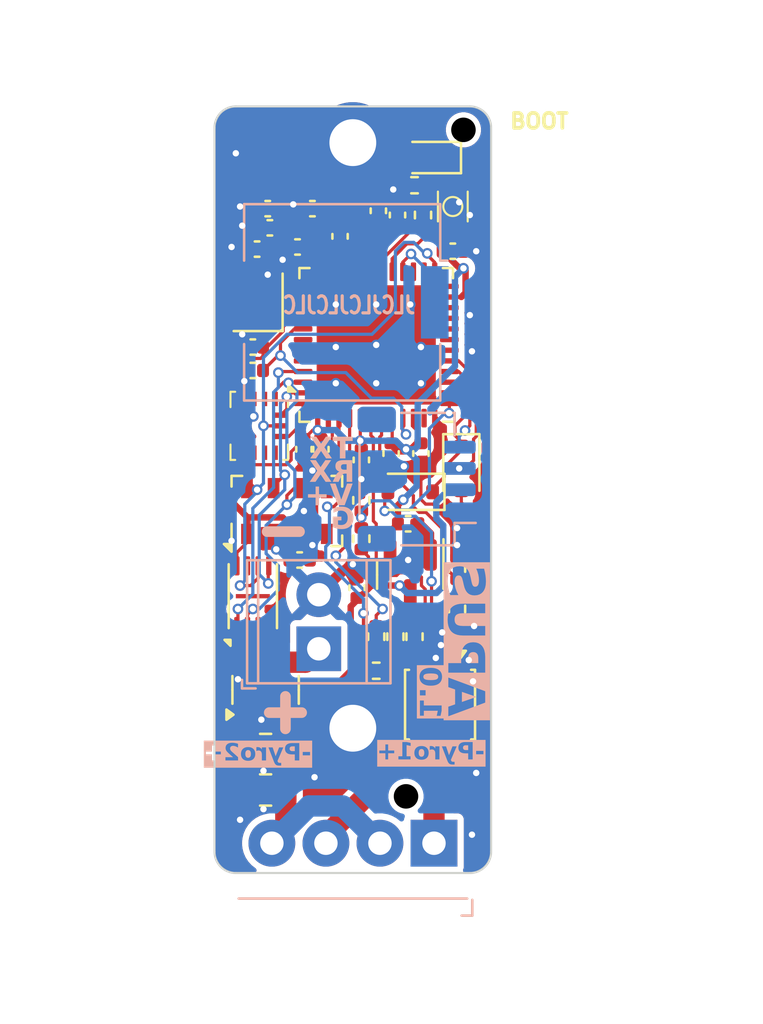
<source format=kicad_pcb>
(kicad_pcb (version 20240108) (generator "pcbnew") (generator_version "8.0")
  (layers (0 "F.Cu" signal) (31 "B.Cu" signal) (34 "B.Paste" user) (35 "F.Paste" user) (36 "B.SilkS" user "B.Silkscreen") (37 "F.SilkS" user "F.Silkscreen") (38 "B.Mask" user) (39 "F.Mask" user) (44 "Edge.Cuts" user))
  (net 0 "")
  (net 10 "GND")
  (net 11 "+3.3V")
  (net 12 "/VR_PA")
  (net 13 "/RFO_HP")
  (net 14 "Net-(C6-Pad2)")
  (net 15 "/VFBSMPS")
  (net 16 "/OSC_IN")
  (net 17 "/OSC_OUT")
  (net 18 "/BOOT")
  (net 19 "/TX")
  (net 20 "/RX")
  (net 21 "/LED")
  (net 22 "Net-(D1-A)")
  (net 24 "Net-(AE1-A)")
  (net 25 "/RFI_N")
  (net 26 "/RFI_P")
  (net 27 "+BATT")
  (net 28 "/PYRO1_OUT")
  (net 29 "/PYRO1")
  (net 30 "/PYRO2")
  (net 31 "/PYRO2_OUT")
  (net 32 "/BUZZ")
  (net 33 "/PYRO1_CON")
  (net 34 "/PYRO2_CON")
  (net 35 "Net-(D2-A)")
  (net 36 "/COMP_OUT")
  (net 37 "Net-(D3-A)")
  (net 38 "/BAT_ADC")
  (net 41 "/MOSI")
  (net 42 "/MISO")
  (net 43 "/SCK")
  (net 44 "/CS_FLASH")
  (net 45 "Net-(BT1-+)")
  (net 46 "/CS_BARO")
  (net 49 "/CS_IMU")
  (footprint "beacon_lib:D_SOD-323" (layer "F.Cu") (at 112.6 115 -90)
    (property "Reference" "D2" (hide yes))
    (property "Value" "1N5819WS")
  )
  (footprint "beacon_lib:D_SOD-323" (layer "F.Cu") (at 110.2 116.1 180)
    (property "Reference" "D3" (hide yes))
    (property "Value" "1N5819WS")
  )
  (footprint "Resistor_SMD:R_0402_1005Metric" (layer "F.Cu") (at 107.9 118.3 90)
    (property "Reference" "R7" (hide yes))
    (property "Value" "10k")
  )
  (footprint "Inductor_SMD:L_0402_1005Metric" (layer "F.Cu") (at 105.7 101.95 180)
    (property "Reference" "L3" (hide yes))
    (property "Value" "18n")
  )
  (footprint "Resistor_SMD:R_0402_1005Metric" (layer "F.Cu") (at 107.9 116.5 90)
    (property "Reference" "R8" (hide yes))
    (property "Value" "10k")
  )
  (footprint "Capacitor_SMD:C_0402_1005Metric" (layer "F.Cu") (at 104.9 104.6 180)
    (property "Reference" "C5" (hide yes))
    (property "Value" "47n")
  )
  (footprint "Capacitor_SMD:C_0402_1005Metric" (layer "F.Cu") (at 105 119.3)
    (property "Reference" "C16" (hide yes))
    (property "Value" "1u")
  )
  (footprint "Capacitor_SMD:C_0402_1005Metric" (layer "F.Cu") (at 105.6 102.8 180)
    (property "Reference" "C7" (hide yes))
    (property "Value" "15p")
  )
  (footprint "Capacitor_SMD:C_0402_1005Metric" (layer "F.Cu") (at 110.7 114.3 -90)
    (property "Reference" "C11" (hide yes))
    (property "Value" "10u")
  )
  (footprint "Capacitor_SMD:C_0402_1005Metric" (layer "F.Cu") (at 106.9 104.1 90)
    (property "Reference" "C21" (hide yes))
    (property "Value" "4p")
  )
  (footprint "Capacitor_SMD:C_0402_1005Metric" (layer "F.Cu") (at 110.1 117.6)
    (property "Reference" "C13" (hide yes))
    (property "Value" "10u")
  )
  (footprint "Capacitor_SMD:C_0402_1005Metric" (layer "F.Cu") (at 109.3 114.3 -90)
    (property "Reference" "C3" (hide yes))
    (property "Value" "10u")
  )
  (footprint "Resistor_SMD:R_0402_1005Metric" (layer "F.Cu") (at 108.6 124.5)
    (property "Reference" "R5" (hide yes))
    (property "Value" "10k")
  )
  (footprint "Capacitor_SMD:C_0402_1005Metric" (layer "F.Cu") (at 105.2 114.1 -90)
    (property "Reference" "C18" (hide yes))
    (property "Value" "1u")
  )
  (footprint "Capacitor_SMD:C_0402_1005Metric" (layer "F.Cu") (at 103 104.7 180)
    (property "Reference" "C12" (hide yes))
    (property "Value" "10u")
  )
  (footprint "Package_DFN_QFN:QFN-48-1EP_7x7mm_P0.5mm_EP5.6x5.6mm" (layer "F.Cu") (at 108.6 109.2 180)
    (property "Reference" "U1" (hide yes))
    (property "Value" "STM32WLE5CBUx")
  )
  (footprint "MountingHole:MountingHole_2.2mm_M2_DIN965_Pad" (layer "F.Cu") (at 107.5 99.7)
    (property "Reference" "H3" (hide yes))
    (property "Value" "mounting")
  )
  (footprint "Resistor_SMD:R_0402_1005Metric" (layer "F.Cu") (at 110.8 103.1 90)
    (property "Reference" "R3" (hide yes))
    (property "Value" "4k7")
  )
  (footprint "Resistor_SMD:R_0402_1005Metric" (layer "F.Cu") (at 108.6 122.9 -90)
    (property "Reference" "R6" (hide yes))
    (property "Value" "10k")
  )
  (footprint "beacon_lib:toolinghole" (layer "F.Cu") (at 110 130.4)
    (property "Reference" "H2" (hide yes))
    (property "Value" "tooling")
  )
  (footprint "Capacitor_SMD:C_0402_1005Metric" (layer "F.Cu") (at 107.7 120.6 90)
    (property "Reference" "C14" (hide yes))
    (property "Value" "10u")
  )
  (footprint "Package_TO_SOT_SMD:SOT-23" (layer "F.Cu") (at 110.2 120 -90)
    (property "Reference" "U2" (hide yes))
    (property "Value" "XC6206P332MR")
  )
  (footprint "Capacitor_SMD:C_0402_1005Metric" (layer "F.Cu") (at 108.7 102.9 90)
    (property "Reference" "C6" (hide yes))
    (property "Value" "2.7p")
  )
  (footprint "Capacitor_SMD:C_0402_1005Metric" (layer "F.Cu") (at 106 114.1 -90)
    (property "Reference" "C15" (hide yes))
    (property "Value" "10u")
  )
  (footprint "Resistor_SMD:R_0402_1005Metric" (layer "F.Cu") (at 110.4 101.7)
    (property "Reference" "R4" (hide yes))
    (property "Value" "33k")
  )
  (footprint "Capacitor_SMD:C_0402_1005Metric" (layer "F.Cu") (at 112.2 104.8)
    (property "Reference" "C1" (hide yes))
    (property "Value" "10u")
  )
  (footprint "Capacitor_SMD:C_0402_1005Metric" (layer "F.Cu") (at 109.6 103.1 90)
    (property "Reference" "C20" (hide yes))
    (property "Value" "3.6p")
  )
  (footprint "Capacitor_SMD:C_0402_1005Metric" (layer "F.Cu") (at 102.8 109.3 180)
    (property "Reference" "C10" (hide yes))
    (property "Value" "10u")
  )
  (footprint "Resistor_SMD:R_0402_1005Metric" (layer "F.Cu") (at 109.5 122.9 -90)
    (property "Reference" "R9" (hide yes))
    (property "Value" "1k")
  )
  (footprint "Capacitor_SMD:C_0402_1005Metric" (layer "F.Cu") (at 103.6 103.7 180)
    (property "Reference" "C4" (hide yes))
    (property "Value" "68p")
  )
  (footprint "Capacitor_SMD:C_0402_1005Metric" (layer "F.Cu") (at 107.9 114.6 -90)
    (property "Reference" "C2" (hide yes))
    (property "Value" "10u")
  )
  (footprint "Resistor_SMD:R_0402_1005Metric" (layer "F.Cu") (at 112.4 121.6 -90)
    (property "Reference" "R10" (hide yes))
    (property "Value" "1k")
  )
  (footprint "Resistor_SMD:R_0402_1005Metric" (layer "F.Cu") (at 112.4 119.7 90)
    (property "Reference" "R1" (hide yes))
    (property "Value" "10k")
  )
  (footprint "Capacitor_SMD:C_0805_2012Metric" (layer "F.Cu") (at 103.4 130.1 180)
    (property "Reference" "C19" (hide yes))
    (property "Value" "47u")
  )
  (footprint "Crystal:Crystal_SMD_2016-4Pin_2.0x1.6mm" (layer "F.Cu") (at 103.05 107.2 90)
    (property "Reference" "Y1" (hide yes))
    (property "Value" "32MHz")
  )
  (footprint "Capacitor_SMD:C_0402_1005Metric" (layer "F.Cu") (at 102.8 110.4 180)
    (property "Reference" "C9" (hide yes))
    (property "Value" "470n")
  )
  (footprint "Package_TO_SOT_SMD:SOT-23" (layer "F.Cu") (at 103.4 125.4 90)
    (property "Reference" "Q1" (hide yes))
    (property "Value" "AO3401A")
  )
  (footprint "Resistor_SMD:R_0402_1005Metric" (layer "F.Cu") (at 110.4 122.9 -90)
    (property "Reference" "R2" (hide yes))
    (property "Value" "10k")
  )
  (footprint "Package_SON:Winbond_USON-8-1EP_3x2mm_P0.5mm_EP0.2x1.6mm" (layer "F.Cu") (at 102.8 121 90)
    (property "Reference" "U4" (hide yes))
    (property "Value" "W25Q16JVUXIQ")
  )
  (footprint "Package_LGA:Bosch_LGA-14_3x2.5mm_P0.5mm" (layer "F.Cu") (at 103.1 113 -90)
    (property "Reference" "U6" (hide yes))
    (property "Value" "BMI270")
  )
  (footprint "beacon_lib:toolinghole" (layer "F.Cu") (at 112.7 99.1)
    (property "Reference" "H1" (hide yes))
    (property "Value" "tooling")
  )
  (footprint "Package_LGA:LGA-8_3x5mm_P1.25mm" (layer "F.Cu") (at 104.4 117 90)
    (property "Reference" "U3" (hide yes))
    (property "Value" "MS5607-02BA")
  )
  (footprint "Capacitor_SMD:C_0805_2012Metric" (layer "F.Cu") (at 103.4 128.2 180)
    (property "Reference" "C17" (hide yes))
    (property "Value" "47u")
  )
  (footprint "beacon_lib:SW_1TS026A" (layer "F.Cu") (at 112.2 102.7 90)
    (property "Reference" "SW1" (hide yes))
    (property "Value" "BOOT" (hide yes))
  )
  (footprint "Inductor_SMD:L_0402_1005Metric" (layer "F.Cu") (at 105.5 103.7)
    (property "Reference" "L1" (hide yes))
    (property "Value" "68n")
  )
  (footprint "Capacitor_SMD:C_0402_1005Metric" (layer "F.Cu") (at 103.5 102.8 180)
    (property "Reference" "C8" (hide yes))
    (property "Value" "6.8p")
  )
  (footprint "Inductor_SMD:L_0402_1005Metric" (layer "F.Cu") (at 108.3 104.3)
    (property "Reference" "L4" (hide yes))
    (property "Value" "30n")
  )
  (footprint "Inductor_SMD:L_0402_1005Metric" (layer "F.Cu") (at 107.8 102.9 90)
    (property "Reference" "L2" (hide yes))
    (property "Value" "10n")
  )
  (footprint "LED_SMD:LED_0603_1608Metric" (layer "F.Cu") (at 111.1 100.4 180)
    (property "Reference" "D1" (hide yes))
    (property "Value" "RED")
  )
  (footprint "Package_SO:Vishay_PowerPAK_1212-8_Dual" (layer "F.Cu") (at 111.6 126.0925 -90)
    (property "Reference" "Q2" (hide yes))
    (property "Value" "YJQ3622A")
  )
  (footprint "beacon_lib:whip_antenna" (layer "F.Cu") (at 103.8 100.3)
    (property "Reference" "AE1" (hide yes))
    (property "Value" "Antenna")
  )
  (footprint "Connector_JST:JST_SH_SM04B-SRSS-TB_1x04-1MP_P1.00mm_Horizontal" (layer "B.Cu") (at 110.5 115.5 90)
    (property "Reference" "J1" (hide yes))
    (property "Value" "Conn_01x04_Socket")
  )
  (footprint "MountingHole:MountingHole_2.2mm_M2_DIN965_Pad" (layer "B.Cu") (at 107.5 127.2 180)
    (property "Reference" "H4" (hide yes))
    (property "Value" "mounting")
  )
  (footprint "TerminalBlock_TE-Connectivity:TerminalBlock_TE_282834-2_1x02_P2.54mm_Horizontal" (layer "B.Cu") (at 105.9 123.47 90)
    (property "Reference" "BT1" (hide yes))
    (property "Value" "lipo")
  )
  (footprint "TerminalBlock_Phoenix:TerminalBlock_Phoenix_MPT-0,5-4-2.54_1x04_P2.54mm_Horizontal" (layer "B.Cu") (at 111.315 132.6 180)
    (property "Reference" "J3" (hide yes))
    (property "Value" "Pyros")
  )
  (footprint "Buzzer_Beeper:Buzzer_Murata_PKMCS0909E" (layer "B.Cu") (at 107 107.2 180)
    (property "Reference" "BZ1" (hide yes))
    (property "Value" "Buzzer")
  )
  (gr_line (start 114 99) (end 114 133) (stroke (width 0.1)) (layer "Edge.Cuts"))
  (gr_arc (start 114 133) (mid 113.707107 133.707107) (end 113 134) (stroke (width 0.1)) (layer "Edge.Cuts"))
  (gr_line (start 102 98) (end 113 98) (stroke (width 0.1)) (layer "Edge.Cuts"))
  (gr_arc (start 102 134) (mid 101.292893 133.707107) (end 101 133) (stroke (width 0.1)) (layer "Edge.Cuts"))
  (gr_arc (start 113 98) (mid 113.707107 98.292893) (end 114 99) (stroke (width 0.1)) (layer "Edge.Cuts"))
  (gr_line (start 101 133) (end 101 99) (stroke (width 0.1)) (layer "Edge.Cuts"))
  (gr_line (start 113 134) (end 102 134) (stroke (width 0.1)) (layer "Edge.Cuts"))
  (gr_arc (start 101 99) (mid 101.292893 98.292893) (end 102 98) (stroke (width 0.1)) (layer "Edge.Cuts"))
  (gr_text "APUS" (at 111.7 126.65 270) (layer "B.SilkS" knockout) (effects (font (size 1.7 1.7) (thickness 0.3) (bold yes)) (justify left bottom mirror)))
  (gr_text "G" (at 107.6 118 0) (layer "B.SilkS") (effects (font (size 1 1) (thickness 0.175) (bold yes)) (justify left bottom mirror)))
  (gr_text "TX" (at 107.5 114.7 0) (layer "B.SilkS") (effects (font (size 1 1) (thickness 0.175) (bold yes)) (justify left bottom mirror)))
  (gr_text "-Pyro1+" (at 113.7 128.8 0) (layer "B.SilkS" knockout) (effects (font (size 0.8 0.8) (thickness 0.2) (bold yes)) (justify left bottom mirror)))
  (gr_text "+" (at 105.9 127.5 0) (layer "B.SilkS") (effects (font (size 2 2) (thickness 0.5) (bold yes)) (justify left bottom mirror)))
  (gr_text "V+" (at 107.5 116.9 0) (layer "B.SilkS") (effects (font (size 1 1) (thickness 0.175) (bold yes)) (justify left bottom mirror)))
  (gr_text "RX" (at 107.6 115.8 0) (layer "B.SilkS") (effects (font (size 1 1) (thickness 0.175) (bold yes)) (justify left bottom mirror)))
  (gr_text "JLCJLCJLCJLC" (at 110.5 107.8 0) (layer "B.SilkS") (effects (font (size 0.8 0.6)) (justify left bottom mirror)))
  (gr_text "-" (at 105.8 119 0) (layer "B.SilkS") (effects (font (size 2 2) (thickness 0.5) (bold yes)) (justify left bottom mirror)))
  (gr_text "1.0" (at 110.484298 126.775993 -90) (layer "B.SilkS" knockout) (effects (font (size 1 1) (thickness 0.25) (bold yes)) (justify left bottom mirror)))
  (gr_text "-Pyro2+" (at 105.55 128.85 0) (layer "B.SilkS" knockout) (effects (font (size 0.8 0.8) (thickness 0.2) (bold yes)) (justify left bottom mirror)))
  (gr_text "BOOT" (at 114.8 99.1 0) (layer "F.SilkS") (effects (font (size 0.7 0.7) (thickness 0.175) (bold yes)) (justify left bottom)))
  (segment (start 107.5 119.92) (end 107.7 120.12) (width 0.3) (layer "F.Cu") (net 10))
  (segment (start 105.6 115.1) (end 105.6 114.98) (width 0.15) (layer "F.Cu") (net 10))
  (segment (start 102.4 110.9) (end 102.4 110.48) (width 0.15) (layer "F.Cu") (net 10))
  (segment (start 111.15 119.0625) (end 110.3375 119.0625) (width 0.15) (layer "F.Cu") (net 10))
  (segment (start 102.0875 113) (end 102.381293 113) (width 0.15) (layer "F.Cu") (net 10))
  (segment (start 107.5 119.5) (end 107.5 119.92) (width 0.3) (layer "F.Cu") (net 10))
  (segment (start 102.381293 113) (end 102.825 112.556293) (width 0.15) (layer "F.Cu") (net 10))
  (segment (start 103.3 106.5) (end 103.3 106.1) (width 0.15) (layer "F.Cu") (net 10))
  (segment (start 111.275 116.675) (end 110.920993 116.675) (width 0.15) (layer "F.Cu") (net 10))
  (segment (start 111.35 112.6375) (end 111.35 111.65) (width 0.15) (layer "F.Cu") (net 10))
  (segment (start 104.22 105.18) (end 104.2 105.2) (width 0.15) (layer "F.Cu") (net 10))
  (segment (start 107.9 115.5) (end 107.85 115.45) (width 0.15) (layer "F.Cu") (net 10))
  (segment (start 105.6 114.98) (end 106 114.58) (width 0.15) (layer "F.Cu") (net 10))
  (segment (start 112.4 117.8) (end 112.4 118.6) (width 0.15) (layer "F.Cu") (net 10))
  (segment (start 102.32 108.72) (end 102.3 108.7) (width 0.15) (layer "F.Cu") (net 10))
  (segment (start 107.7 120.12) (end 107.8 120.12) (width 0.3) (layer "F.Cu") (net 10))
  (segment (start 110.3375 119.0625) (end 110.1 119.3) (width 0.15) (layer "F.Cu") (net 10))
  (segment (start 101.8 104.6) (end 102.32 104.6) (width 0.15) (layer "F.Cu") (net 10))
  (segment (start 102.2 107.9) (end 102.2 108.6) (width 0.15) (layer "F.Cu") (net 10))
  (segment (start 102.32 109.3) (end 102.32 108.72) (width 0.15) (layer "F.Cu") (net 10))
  (segment (start 102.2 108.6) (end 102.3 108.7) (width 0.15) (layer "F.Cu") (net 10))
  (segment (start 105.12 102.6) (end 104.7 102.6) (width 0.15) (layer "F.Cu") (net 10))
  (segment (start 103.3 106.1) (end 103.5 105.9) (width 0.15) (layer "F.Cu") (net 10))
  (segment (start 110.7 116.454007) (end 110.7 114.78) (width 0.15) (layer "F.Cu") (net 10))
  (segment (start 104.22 104.6) (end 104.22 105.18) (width 0.15) (layer "F.Cu") (net 10))
  (segment (start 107.85 115.45) (end 107.85 114.98) (width 0.15) (layer "F.Cu") (net 10))
  (segment (start 112.4 119.19) (end 112.4 118.6) (width 0.15) (layer "F.Cu") (net 10))
  (segment (start 102.4 110.48) (end 102.32 110.4) (width 0.15) (layer "F.Cu") (net 10))
  (segment (start 112.4 117.8) (end 111.275 116.675) (width 0.15) (layer "F.Cu") (net 10))
  (segment (start 110.920993 116.675) (end 110.7 116.454007) (width 0.15) (layer "F.Cu") (net 10))
  (segment (start 111.35 111.65) (end 110.7 111) (width 0.15) (layer "F.Cu") (net 10))
  (via (at 109.4 101.9) (size 0.5) (drill 0.3) (layers "F.Cu" "B.Cu") (net 10))
  (via (at 105.7 129.5) (size 0.5) (drill 0.3) (layers "F.Cu" "B.Cu") (net 10))
  (via (at 102.3 108.7) (size 0.5) (drill 0.3) (layers "F.Cu" "B.Cu") (net 10))
  (via (at 104.7 102.6) (size 0.5) (drill 0.3) (layers "F.Cu" "B.Cu") (net 10))
  (via (at 113 107.8) (size 0.5) (drill 0.3) (layers "F.Cu" "B.Cu") (net 10))
  (via (at 101.8 118.4) (size 0.5) (drill 0.3) (layers "F.Cu" "B.Cu") (net 10))
  (via (at 109.9 114.9) (size 0.5) (drill 0.3) (layers "F.Cu" "B.Cu") (net 10))
  (via (at 105.2 117) (size 0.5) (drill 0.3) (layers "F.Cu" "B.Cu") (net 10))
  (via (at 112.4 117.8) (size 0.5) (drill 0.3) (layers "F.Cu" "B.Cu") (net 10))
  (via (at 102.2 102.7) (size 0.5) (drill 0.3) (layers "F.Cu" "B.Cu") (net 10))
  (via (at 111.7 122.7) (size 0.5) (drill 0.3) (layers "F.Cu" "B.Cu") (net 10))
  (via (at 111.641405 123.296488) (size 0.5) (drill 0.3) (layers "F.Cu" "B.Cu") (net 10))
  (via (at 103.5 105.9) (size 0.5) (drill 0.3) (layers "F.Cu" "B.Cu") (net 10))
  (via (at 104.2 105.2) (size 0.5) (drill 0.3) (layers "F.Cu" "B.Cu") (net 10))
  (via (at 108.6 109.2) (size 0.5) (drill 0.3) (layers "F.Cu" "B.Cu") (net 10))
  (via (at 107.9 115.5) (size 0.5) (drill 0.3) (layers "F.Cu" "B.Cu") (net 10))
  (via (at 113.2 122.4) (size 0.5) (drill 0.3) (layers "F.Cu" "B.Cu") (net 10))
  (via (at 106.7 107.3) (size 0.5) (drill 0.3) (layers "F.Cu" "B.Cu") (net 10))
  (via (at 113.3 129.3) (size 0.5) (drill 0.3) (layers "F.Cu" "B.Cu") (net 10))
  (via (at 112.95 124) (size 0.5) (drill 0.3) (layers "F.Cu" "B.Cu") (net 10))
  (via (at 111.4 123.9) (size 0.5) (drill 0.3) (layers "F.Cu" "B.Cu") (net 10))
  (via (at 102 100.2) (size 0.5) (drill 0.3) (layers "F.Cu" "B.Cu") (net 10))
  (via (at 113.1 132.2) (size 0.5) (drill 0.3) (layers "F.Cu" "B.Cu") (net 10))
  (via (at 110.2 107.3) (size 0.5) (drill 0.3) (layers "F.Cu" "B.Cu") (net 10))
  (via (at 113.15 125) (size 0.5) (drill 0.3) (layers "F.Cu" "B.Cu") (net 10))
  (via (at 105.6 115.1) (size 0.5) (drill 0.3) (layers "F.Cu" "B.Cu") (net 10))
  (via (at 108.6 111) (size 0.5) (drill 0.3) (layers "F.Cu" "B.Cu") (net 10))
  (via (at 113.3 104.8) (size 0.5) (drill 0.3) (layers "F.Cu" "B.Cu") (net 10))
  (via (at 103.2 126.8) (size 0.5) (drill 0.3) (layers "F.Cu" "B.Cu") (net 10))
  (via (at 113 103.1) (size 0.5) (drill 0.3) (layers "F.Cu" "B.Cu") (net 10))
  (via (at 106.7 111) (size 0.5) (drill 0.3) (layers "F.Cu" "B.Cu") (net 10))
  (via (at 103.3 131) (size 0.5) (drill 0.3) (layers "F.Cu" "B.Cu") (net 10))
  (via (at 103.3 129.2) (size 0.5) (drill 0.3) (layers "F.Cu" "B.Cu") (net 10))
  (via (at 101.8 104.6) (size 0.5) (drill 0.3) (layers "F.Cu" "B.Cu") (net 10))
  (via (at 108.6 107.3) (size 0.5) (drill 0.3) (layers "F.Cu" "B.Cu") (net 10))
  (via (at 112.5 102.5) (size 0.5) (drill 0.3) (layers "F.Cu" "B.Cu") (net 10))
  (via (at 103.9 118.8) (size 0.5) (drill 0.3) (layers "F.Cu" "B.Cu") (net 10))
  (via (at 102.2 131.5) (size 0.5) (drill 0.3) (layers "F.Cu" "B.Cu") (net 10))
  (via (at 107.5 119.5) (size 0.5) (drill 0.3) (layers "F.Cu" "B.Cu") (net 10))
  (via (at 110.1 119.3) (size 0.5) (drill 0.3) (layers "F.Cu" "B.Cu") (net 10))
  (via (at 102.3 103.6) (size 0.5) (drill 0.3) (layers "F.Cu" "B.Cu") (net 10))
  (via (at 106.7 109.3) (size 0.5) (drill 0.3) (layers "F.Cu" "B.Cu") (net 10))
  (via (at 102.1 124.9) (size 0.5) (drill 0.3) (layers "F.Cu" "B.Cu") (net 10))
  (via (at 110.7 109.3) (size 0.5) (drill 0.3) (layers "F.Cu" "B.Cu") (net 10))
  (via (at 102.4 110.9) (size 0.5) (drill 0.3) (layers "F.Cu" "B.Cu") (net 10))
  (via (at 113.1 109.5) (size 0.5) (drill 0.3) (layers "F.Cu" "B.Cu") (net 10))
  (via (at 105.6 118.6) (size 0.5) (drill 0.3) (layers "F.Cu" "B.Cu") (net 10))
  (via (at 102.825 112.556293) (size 0.5) (drill 0.3) (layers "F.Cu" "B.Cu") (net 10))
  (via (at 112.4 118.6) (size 0.5) (drill 0.3) (layers "F.Cu" "B.Cu") (net 10))
  (via (at 110.7 111) (size 0.5) (drill 0.3) (layers "F.Cu" "B.Cu") (net 10))
  (segment (start 112.422182 117) (end 112.5 117) (width 0.3) (layer "B.Cu") (net 10))
  (segment (start 104.63 107.95) (end 104.225 108.355) (width 0.15) (layer "F.Cu") (net 11))
  (segment (start 111.8 104.72) (end 111.72 104.8) (width 0.15) (layer "F.Cu") (net 11))
  (segment (start 104.375 114.825) (end 104.6 114.6) (width 0.15) (layer "F.Cu") (net 11))
  (segment (start 109.25 119.0625) (end 109.25 117.97) (width 0.3) (layer "F.Cu") (net 11))
  (segment (start 104.225 108.355) (end 104.225 108.550736) (width 0.15) (layer "F.Cu") (net 11))
  (segment (start 102.275 105.4) (end 103.15 105.4) (width 0.3) (layer "F.Cu") (net 11))
  (segment (start 112.52 105.6) (end 111.72 104.8) (width 0.3) (layer "F.Cu") (net 11))
  (segment (start 101.45 113.85) (end 101.8625 114.2625) (width 0.3) (layer "F.Cu") (net 11))
  (segment (start 109.62 116.721986) (end 109.62 117.6) (width 0.3) (layer "F.Cu") (net 11))
  (segment (start 103.165 109.835) (end 103.28 109.72) (width 0.15) (layer "F.Cu") (net 11))
  (segment (start 105.85 113.47) (end 106 113.62) (width 0.15) (layer "F.Cu") (net 11))
  (segment (start 110.5 113.82) (end 110.5 113.2) (width 0.15) (layer "F.Cu") (net 11))
  (segment (start 102.35 114.75) (end 102.35 114.2625) (width 0.15) (layer "F.Cu") (net 11))
  (segment (start 112.7 105.6) (end 112.8 105.7) (width 0.3) (layer "F.Cu") (net 11))
  (segment (start 104.6 114.22) (end 105.2 113.62) (width 0.15) (layer "F.Cu") (net 11))
  (segment (start 101.74 109.7) (end 101.875 109.835) (width 0.15) (layer "F.Cu") (net 11))
  (segment (start 109.928248 114.2) (end 110.028248 114.1) (width 0.3) (layer "F.Cu") (net 11))
  (segment (start 101.8725 115.3775) (end 102.425 114.825) (width 0.3) (layer "F.Cu") (net 11))
  (segment (start 103.5 105.05) (end 103.5 104.62) (width 0.3) (layer "F.Cu") (net 11))
  (segment (start 104.778248 106.45) (end 103.578248 105.25) (width 0.15) (layer "F.Cu") (net 11))
  (segment (start 107.85 114.02) (end 107.85 113.7) (width 0.15) (layer "F.Cu") (net 11))
  (segment (start 101.45 112.725) (end 101.45 113.85) (width 0.3) (layer "F.Cu") (net 11))
  (segment (start 103.3 105.25) (end 103.5 105.05) (width 0.3) (layer "F.Cu") (net 11))
  (segment (start 102.55 117.3) (end 101.8725 116.6225) (width 0.3) (layer "F.Cu") (net 11))
  (segment (start 102.0875 112.5) (end 101.74 112.1525) (width 0.3) (layer "F.Cu") (net 11))
  (segment (start 109.3 113.82) (end 109.3 113.9) (width 0.3) (layer "F.Cu") (net 11))
  (segment (start 103.3 117.3) (end 102.55 117.3) (width 0.3) (layer "F.Cu") (net 11))
  (segment (start 110.35 113.05) (end 110.35 112.6375) (width 0.15) (layer "F.Cu") (net 11))
  (segment (start 103.475736 109.3) (end 103.28 109.3) (width 0.15) (layer "F.Cu") (net 11))
  (segment (start 103.28 109.72) (end 103.28 109.3) (width 0.15) (layer "F.Cu") (net 11))
  (segment (start 102.525 118.475) (end 102.525 118.075) (width 0.15) (layer "F.Cu") (net 11))
  (segment (start 105.85 113.2) (end 105.62 113.2) (width 0.15) (layer "F.Cu") (net 11))
  (segment (start 110.028248 114.1) (end 110.22 114.1) (width 0.15) (layer "F.Cu") (net 11))
  (segment (start 105.1625 106.45) (end 104.778248 106.45) (width 0.15) (layer "F.Cu") (net 11))
  (segment (start 102.55 117.3) (end 102.55 118.05) (width 0.3) (layer "F.Cu") (net 11))
  (segment (start 104.45 117.55) (end 104.2 117.3) (width 0.3) (layer "F.Cu") (net 11))
  (segment (start 109.6 114.2) (end 109.928248 114.2) (width 0.3) (layer "F.Cu") (net 11))
  (segment (start 112.7 105.6) (end 112.52 105.6) (width 0.3) (layer "F.Cu") (net 11))
  (segment (start 104.6 114.6) (end 104.6 114.22) (width 0.15) (layer "F.Cu") (net 11))
  (segment (start 109.35 112.6375) (end 109.35 113.77) (width 0.15) (layer "F.Cu") (net 11))
  (segment (start 105.85 112.6375) (end 105.85 113.57) (width 0.15) (layer "F.Cu") (net 11))
  (segment (start 102.05 118.95) (end 102.525 118.475) (width 0.15) (layer "F.Cu") (net 11))
  (segment (start 104.225 108.550736) (end 103.475736 109.3) (width 0.15) (layer "F.Cu") (net 11))
  (segment (start 102.05 119.575) (end 102.05 118.95) (width 0.15) (layer "F.Cu") (net 11))
  (segment (start 111.8 104.025) (end 112.6 104.025) (width 0.15) (layer "F.Cu") (net 11))
  (segment (start 109.870993 116.470993) (end 109.62 116.721986) (width 0.3) (layer "F.Cu") (net 11))
  (segment (start 105.85 113.57) (end 105.9 113.62) (width 0.15) (layer "F.Cu") (net 11))
  (segment (start 103.5 104.62) (end 103.48 104.6) (width 0.3) (layer "F.Cu") (net 11))
  (segment (start 101.675 112.5) (end 101.45 112.725) (width 0.3) (layer "F.Cu") (net 11))
  (segment (start 110.5 113.2) (end 110.35 113.05) (width 0.15) (layer "F.Cu") (net 11))
  (segment (start 104.45 119.23) (end 104.45 117.55) (width 0.3) (layer "F.Cu") (net 11))
  (segment (start 101.74 105.935) (end 102.275 105.4) (width 0.3) (layer "F.Cu") (net 11))
  (segment (start 109.25 117.97) (end 109.62 117.6) (width 0.3) (layer "F.Cu") (net 11))
  (segment (start 101.8625 114.2625) (end 102.35 114.2625) (width 0.3) (layer "F.Cu") (net 11))
  (segment (start 103.578248 105.25) (end 103.3 105.25) (width 0.15) (layer "F.Cu") (net 11))
  (segment (start 112.6 106.95) (end 112.0375 106.95) (width 0.15) (layer "F.Cu") (net 11))
  (segment (start 102.0875 112.5) (end 101.675 112.5) (width 0.3) (layer "F.Cu") (net 11))
  (segment (start 104.52 119.3) (end 104.45 119.23) (width 0.3) (layer "F.Cu") (net 11))
  (segment (start 107.85 113.7) (end 107.85 112.6375) (width 0.15) (layer "F.Cu") (net 11))
  (segment (start 112.8 105.7) (end 112.8 106.75) (width 0.3) (layer "F.Cu") (net 11))
  (segment (start 101.74 109.7) (end 101.74 105.935) (width 0.3) (layer "F.Cu") (net 11))
  (segment (start 101.8725 116.6225) (end 101.8725 115.3775) (width 0.3) (layer "F.Cu") (net 11))
  (segment (start 101.74 112.1525) (end 101.74 109.7) (width 0.3) (layer "F.Cu") (net 11))
  (segment (start 102.425 114.825) (end 104.375 114.825) (width 0.15) (layer "F.Cu") (net 11))
  (segment (start 105.62 113.2) (end 105.2 113.62) (width 0.15) (layer "F.Cu") (net 11))
  (segment (start 102.55 118.05) (end 102.525 118.075) (width 0.3) (layer "F.Cu") (net 11))
  (segment (start 109.3 113.9) (end 109.6 114.2) (width 0.3) (layer "F.Cu") (net 11))
  (segment (start 102.425 114.825) (end 102.35 114.75) (width 0.15) (layer "F.Cu") (net 11))
  (segment (start 105.85 113.2) (end 105.85 113.47) (width 0.15) (layer "F.Cu") (net 11))
  (segment (start 101.875 109.835) (end 103.165 109.835) (width 0.15) (layer "F.Cu") (net 11))
  (segment (start 104.2 117.3) (end 103.3 117.3) (width 0.3) (layer "F.Cu") (net 11))
  (segment (start 105.1625 107.95) (end 104.63 107.95) (width 0.15) (layer "F.Cu") (net 11))
  (segment (start 109.35 113.77) (end 109.3 113.82) (width 0.15) (layer "F.Cu") (net 11))
  (segment (start 112.8 106.75) (end 112.6 106.95) (width 0.3) (layer "F.Cu") (net 11))
  (segment (start 110.22 114.1) (end 110.5 113.82) (width 0.3) (layer "F.Cu") (net 11))
  (segment (start 103.15 105.4) (end 103.3 105.25) (width 0.3) (layer "F.Cu") (net 11))
  (segment (start 111.8 104.025) (end 111.8 104.72) (width 0.15) (layer "F.Cu") (net 11))
  (via (at 105.85 113.2) (size 0.5) (drill 0.3) (layers "F.Cu" "B.Cu") (net 11))
  (via (at 110 114.1) (size 0.5) (drill 0.3) (layers "F.Cu" "B.Cu") (net 11))
  (via (at 112.7 105.6) (size 0.5) (drill 0.3) (layers "F.Cu" "B.Cu") (net 11))
  (via (at 107.85 113.7) (size 0.5) (drill 0.3) (layers "F.Cu" "B.Cu") (net 11))
  (via (at 109.870993 116.470993) (size 0.5) (drill 0.3) (layers "F.Cu" "B.Cu") (net 11))
  (segment (start 110.4 114.1) (end 110 114.1) (width 0.3) (layer "B.Cu") (net 11))
  (segment (start 110.5 115.841986) (end 110.5 114.6) (width 0.3) (layer "B.Cu") (net 11))
  (segment (start 107.2 113.7) (end 107.85 113.7) (width 0.3) (layer "B.Cu") (net 11))
  (segment (start 109.522182 113.7) (end 109.922182 114.1) (width 0.3) (layer "B.Cu") (net 11))
  (segment (start 107.85 113.7) (end 109.522182 113.7) (width 0.3) (layer "B.Cu") (net 11))
  (segment (start 106.7 113.2) (end 107.2 113.7) (width 0.3) (layer "B.Cu") (net 11))
  (segment (start 105.85 113.2) (end 106.7 113.2) (width 0.3) (layer "B.Cu") (net 11))
  (segment (start 110.55 113.95) (end 110.4 114.1) (width 0.3) (layer "B.Cu") (net 11))
  (segment (start 112.7 105.6) (end 112.3 106) (width 0.3) (layer "B.Cu") (net 11))
  (segment (start 109.922182 114.1) (end 110 114.1) (width 0.3) (layer "B.Cu") (net 11))
  (segment (start 110.55 111.95) (end 110.55 113.95) (width 0.3) (layer "B.Cu") (net 11))
  (segment (start 109.870993 116.470993) (end 110.5 115.841986) (width 0.3) (layer "B.Cu") (net 11))
  (segment (start 110.5 114.6) (end 110 114.1) (width 0.3) (layer "B.Cu") (net 11))
  (segment (start 112.3 110.2) (end 110.55 111.95) (width 0.3) (layer "B.Cu") (net 11))
  (segment (start 112.3 106) (end 112.3 110.2) (width 0.3) (layer "B.Cu") (net 11))
  (segment (start 105.38 104.6) (end 105.38 104.065) (width 0.3) (layer "F.Cu") (net 12))
  (segment (start 104.08 103.7) (end 105.015 103.7) (width 0.3) (layer "F.Cu") (net 12))
  (segment (start 105.38 104.065) (end 105.015 103.7) (width 0.3) (layer "F.Cu") (net 12))
  (segment (start 105.85 105.07) (end 105.38 104.6) (width 0.3) (layer "F.Cu") (net 12))
  (segment (start 105.85 105.7625) (end 105.85 105.07) (width 0.3) (layer "F.Cu") (net 12))
  (segment (start 106.35 105.7625) (end 106.35 105.25) (width 0.3) (layer "F.Cu") (net 13))
  (segment (start 106.3 104.883604) (end 106.3 105.2) (width 0.3) (layer "F.Cu") (net 13))
  (segment (start 107.8 103.385) (end 108.695 103.385) (width 0.3) (layer "F.Cu") (net 13))
  (segment (start 106.82 103.7) (end 106.9 103.62) (width 0.3) (layer "F.Cu") (net 13))
  (segment (start 107.8 103.385) (end 107.135 103.385) (width 0.3) (layer "F.Cu") (net 13))
  (segment (start 105.985 104.568604) (end 106.3 104.883604) (width 0.3) (layer "F.Cu") (net 13))
  (segment (start 107.135 103.385) (end 106.9 103.62) (width 0.3) (layer "F.Cu") (net 13))
  (segment (start 108.695 103.385) (end 108.7 103.38) (width 0.3) (layer "F.Cu") (net 13))
  (segment (start 105.985 103.7) (end 106.82 103.7) (width 0.3) (layer "F.Cu") (net 13))
  (segment (start 106.35 105.25) (end 106.3 105.2) (width 0.3) (layer "F.Cu") (net 13))
  (segment (start 105.985 103.7) (end 105.985 104.568604) (width 0.3) (layer "F.Cu") (net 13))
  (segment (start 107.315 102.7) (end 106.6 102.7) (width 0.3) (layer "F.Cu") (net 14))
  (segment (start 106.08 102.8) (end 106.08 102.055) (width 0.3) (layer "F.Cu") (net 14))
  (segment (start 106.08 102.055) (end 106.185 101.95) (width 0.3) (layer "F.Cu") (net 14))
  (segment (start 106.185 101.95) (end 106.135 101.9) (width 0.3) (layer "F.Cu") (net 14))
  (segment (start 106.6 102.7) (end 106.5 102.8) (width 0.3) (layer "F.Cu") (net 14))
  (segment (start 108.7 102.42) (end 107.805 102.42) (width 0.3) (layer "F.Cu") (net 14))
  (segment (start 107.6 102.415) (end 107.315 102.7) (width 0.3) (layer "F.Cu") (net 14))
  (segment (start 107.805 102.42) (end 107.8 102.415) (width 0.3) (layer "F.Cu") (net 14))
  (segment (start 106.5 102.8) (end 106.08 102.8) (width 0.3) (layer "F.Cu") (net 14))
  (segment (start 106.135 101.9) (end 106.1 101.9) (width 0.3) (layer "F.Cu") (net 14))
  (segment (start 104.75 108.45) (end 105.1625 108.45) (width 0.15) (layer "F.Cu") (net 15))
  (segment (start 104.1 109.7) (end 104.1 109.1) (width 0.15) (layer "F.Cu") (net 15))
  (segment (start 109.85 112.6375) (end 109.85 113.25) (width 0.15) (layer "F.Cu") (net 15))
  (segment (start 109.85 113.25) (end 110 113.4) (width 0.15) (layer "F.Cu") (net 15))
  (segment (start 104.1 109.1) (end 104.75 108.45) (width 0.15) (layer "F.Cu") (net 15))
  (segment (start 104.1 109.7) (end 103.98 109.7) (width 0.15) (layer "F.Cu") (net 15))
  (segment (start 103.28 110.6) (end 103.28 110.4) (width 0.15) (layer "F.Cu") (net 15))
  (segment (start 103.98 109.7) (end 103.28 110.4) (width 0.15) (layer "F.Cu") (net 15))
  (via (at 110 113.4) (size 0.5) (drill 0.3) (layers "F.Cu" "B.Cu") (net 15))
  (via (at 104.1 109.7) (size 0.5) (drill 0.3) (layers "F.Cu" "B.Cu") (net 15))
  (segment (start 110 113.328248) (end 110 113.4) (width 0.15) (layer "B.Cu") (net 15))
  (segment (start 109.401839 111.7) (end 109.8 112.098161) (width 0.15) (layer "B.Cu") (net 15))
  (segment (start 104.1 109.7) (end 104.9 110.5) (width 0.15) (layer "B.Cu") (net 15))
  (segment (start 109.8 112.098161) (end 109.8 113.128248) (width 0.15) (layer "B.Cu") (net 15))
  (segment (start 108.371752 111.7) (end 109.401839 111.7) (width 0.15) (layer "B.Cu") (net 15))
  (segment (start 107.171752 110.5) (end 108.371752 111.7) (width 0.15) (layer "B.Cu") (net 15))
  (segment (start 109.8 113.128248) (end 110 113.328248) (width 0.15) (layer "B.Cu") (net 15))
  (segment (start 104.9 110.5) (end 107.171752 110.5) (width 0.15) (layer "B.Cu") (net 15))
  (segment (start 105.1625 106.95) (end 104.45 106.95) (width 0.15) (layer "F.Cu") (net 16))
  (segment (start 103 107.2) (end 102.5 106.7) (width 0.15) (layer "F.Cu") (net 16))
  (segment (start 104.45 106.95) (end 104.2 107.2) (width 0.15) (layer "F.Cu") (net 16))
  (segment (start 104.2 107.2) (end 103 107.2) (width 0.15) (layer "F.Cu") (net 16))
  (segment (start 102.5 106.7) (end 102.5 106.5) (width 0.15) (layer "F.Cu") (net 16))
  (segment (start 104.1 107.9) (end 104.55 107.45) (width 0.15) (layer "F.Cu") (net 17))
  (segment (start 103.6 107.9) (end 104.1 107.9) (width 0.15) (layer "F.Cu") (net 17))
  (segment (start 104.55 107.45) (end 105.1625 107.45) (width 0.15) (layer "F.Cu") (net 17))
  (segment (start 108.575001 105.1) (end 108.967393 105.1) (width 0.15) (layer "F.Cu") (net 18))
  (segment (start 110.255 103.812393) (end 110.255 103.245) (width 0.15) (layer "F.Cu") (net 18))
  (segment (start 110.415 103.085) (end 111.137858 103.085) (width 0.15) (layer "F.Cu") (net 18))
  (segment (start 108.967393 105.1) (end 110.255 103.812393) (width 0.15) (layer "F.Cu") (net 18))
  (segment (start 108.35 105.7625) (end 108.35 105.325001) (width 0.15) (layer "F.Cu") (net 18))
  (segment (start 111.345 102.877858) (end 111.345 102.035) (width 0.15) (layer "F.Cu") (net 18))
  (segment (start 111.3 101.6) (end 110.91 101.6) (width 0.15) (layer "F.Cu") (net 18))
  (segment (start 111.525 101.375) (end 111.3 101.6) (width 0.15) (layer "F.Cu") (net 18))
  (segment (start 111.8 101.375) (end 111.525 101.375) (width 0.15) (layer "F.Cu") (net 18))
  (segment (start 111.345 102.035) (end 110.91 101.6) (width 0.15) (layer "F.Cu") (net 18))
  (segment (start 108.35 105.325001) (end 108.575001 105.1) (width 0.15) (layer "F.Cu") (net 18))
  (segment (start 111.8 101.375) (end 112.6 101.375) (width 0.15) (layer "F.Cu") (net 18))
  (segment (start 110.255 103.245) (end 110.415 103.085) (width 0.15) (layer "F.Cu") (net 18))
  (segment (start 111.137858 103.085) (end 111.345 102.877858) (width 0.15) (layer "F.Cu") (net 18))
  (segment (start 113 110.975001) (end 112.474999 110.45) (width 0.15) (layer "F.Cu") (net 19))
  (segment (start 113 112.994449) (end 113 110.975001) (width 0.15) (layer "F.Cu") (net 19))
  (segment (start 112.474999 110.45) (end 112.0375 110.45) (width 0.15) (layer "F.Cu") (net 19))
  (segment (start 112.775 113.219449) (end 113 112.994449) (width 0.15) (layer "F.Cu") (net 19))
  (via (at 112.775 113.219449) (size 0.5) (drill 0.3) (layers "F.Cu" "B.Cu") (net 19))
  (segment (start 112.5 113.494449) (end 112.5 114) (width 0.15) (layer "B.Cu") (net 19))
  (segment (start 112.775 113.219449) (end 112.5 113.494449) (width 0.15) (layer "B.Cu") (net 19))
  (segment (start 112.5 115) (end 112.8 115) (width 0.15) (layer "F.Cu") (net 20))
  (segment (start 112.474999 109.95) (end 112.0375 109.95) (width 0.15) (layer "F.Cu") (net 20))
  (segment (start 112.8 115) (end 113.175 114.625) (width 0.15) (layer "F.Cu") (net 20))
  (segment (start 113.175 113.625) (end 113.3 113.5) (width 0.15) (layer "F.Cu") (net 20))
  (segment (start 113.175 114.625) (end 113.175 113.625) (width 0.15) (layer "F.Cu") (net 20))
  (segment (start 113.3 113.5) (end 113.3 110.775001) (width 0.15) (layer "F.Cu") (net 20))
  (segment (start 113.3 110.775001) (end 112.474999 109.95) (width 0.15) (layer "F.Cu") (net 20))
  (via (at 112.5 115) (size 0.5) (drill 0.3) (layers "F.Cu" "B.Cu") (net 20))
  (segment (start 110.8 104.2) (end 110.8 103.61) (width 0.15) (layer "F.Cu") (net 21))
  (segment (start 110.039055 104.452602) (end 110.547398 104.452602) (width 0.15) (layer "F.Cu") (net 21))
  (segment (start 109.760807 104.73085) (end 110.039055 104.452602) (width 0.15) (layer "F.Cu") (net 21))
  (segment (start 109.35 105.7625) (end 109.35 105.15) (width 0.15) (layer "F.Cu") (net 21))
  (segment (start 109.35 105.15) (end 109.760807 104.739193) (width 0.15) (layer "F.Cu") (net 21))
  (segment (start 110.547398 104.452602) (end 110.8 104.2) (width 0.15) (layer "F.Cu") (net 21))
  (segment (start 109.760807 104.739193) (end 109.760807 104.73085) (width 0.15) (layer "F.Cu") (net 21))
  (segment (start 110.385 102.075) (end 110.385 100.5725) (width 0.15) (layer "F.Cu") (net 22))
  (segment (start 111 102.69) (end 110.385 102.075) (width 0.15) (layer "F.Cu") (net 22))
  (segment (start 110.385 100.5725) (end 110.3125 100.5) (width 0.15) (layer "F.Cu") (net 22))
  (segment (start 105.115 101.95) (end 104.965 101.8) (width 0.3) (layer "F.Cu") (net 24))
  (segment (start 103.98 102.6) (end 103.98 100.58) (width 0.3) (layer "F.Cu") (net 24))
  (segment (start 103.98 100.58) (end 103.7 100.3) (width 0.3) (layer "F.Cu") (net 24))
  (segment (start 104.965 101.8) (end 104.470001 101.8) (width 0.3) (layer "F.Cu") (net 24))
  (segment (start 106.9 104.58) (end 107.535 104.58) (width 0.3) (layer "F.Cu") (net 25))
  (segment (start 107.535 104.58) (end 107.815 104.3) (width 0.3) (layer "F.Cu") (net 25))
  (segment (start 107.35 104.765) (end 107.815 104.3) (width 0.3) (layer "F.Cu") (net 25))
  (segment (start 107.35 105.7625) (end 107.35 104.765) (width 0.3) (layer "F.Cu") (net 25))
  (segment (start 109.6 103.58) (end 109.505 103.58) (width 0.3) (layer "F.Cu") (net 26))
  (segment (start 107.85 105.235) (end 108.785 104.3) (width 0.3) (layer "F.Cu") (net 26))
  (segment (start 109.505 103.58) (end 108.785 104.3) (width 0.3) (layer "F.Cu") (net 26))
  (segment (start 107.85 105.7625) (end 107.85 105.235) (width 0.3) (layer "F.Cu") (net 26))
  (segment (start 105.6875 125) (end 104.35 126.3375) (width 0.3) (layer "F.Cu") (net 27))
  (segment (start 104.35 131.945) (end 103.695 132.6) (width 1) (layer "F.Cu") (net 27))
  (segment (start 108.235 120.545) (end 107.7 121.08) (width 0.15) (layer "F.Cu") (net 27))
  (segment (start 109.7 120.5) (end 108.38 120.5) (width 0.3) (layer "F.Cu") (net 27))
  (segment (start 104.35 126.3375) (end 104.35 128.4) (width 1) (layer "F.Cu") (net 27))
  (segment (start 106.9 125) (end 105.6875 125) (width 0.3) (layer "F.Cu") (net 27))
  (segment (start 107.4 121.48) (end 107.4 124.5) (width 0.3) (layer "F.Cu") (net 27))
  (segment (start 108.235 119.145) (end 108.235 120.545) (width 0.15) (layer "F.Cu") (net 27))
  (segment (start 107.4 124.5) (end 106.9 125) (width 0.3) (layer "F.Cu") (net 27))
  (segment (start 104.35 128.4) (end 104.35 131.945) (width 1) (layer "F.Cu") (net 27))
  (segment (start 108.38 120.5) (end 107.4 121.48) (width 0.3) (layer "F.Cu") (net 27))
  (segment (start 107.9 118.81) (end 108.235 119.145) (width 0.15) (layer "F.Cu") (net 27))
  (via (at 109.7 120.5) (size 0.5) (drill 0.3) (layers "F.Cu" "B.Cu") (net 27))
  (segment (start 107.025 130.85) (end 108.775 132.6) (width 1) (layer "B.Cu") (net 27))
  (segment (start 111.425 117.347182) (end 111.425 116.575) (width 0.3) (layer "B.Cu") (net 27))
  (segment (start 111.427818 120.85) (end 111.75 120.527818) (width 0.3) (layer "B.Cu") (net 27))
  (segment (start 103.695 132.6) (end 105.445 130.85) (width 1) (layer "B.Cu") (net 27))
  (segment (start 111.425 116.575) (end 112 116) (width 0.3) (layer "B.Cu") (net 27))
  (segment (start 105.445 130.85) (end 107.025 130.85) (width 1) (layer "B.Cu") (net 27))
  (segment (start 109.7 120.5) (end 110.05 120.85) (width 0.3) (layer "B.Cu") (net 27))
  (segment (start 111.75 117.672182) (end 111.425 117.347182) (width 0.3) (layer "B.Cu") (net 27))
  (segment (start 110.05 120.85) (end 111.427818 120.85) (width 0.3) (layer "B.Cu") (net 27))
  (segment (start 111.75 120.527818) (end 111.75 117.672182) (width 0.3) (layer "B.Cu") (net 27))
  (segment (start 112 116) (end 112.5 116) (width 0.3) (layer "B.Cu") (net 27))
  (segment (start 110.3625 125.5575) (end 111.9575 125.5575) (width 0.15) (layer "F.Cu") (net 28))
  (segment (start 110.1 124.6) (end 110.1 125.295) (width 0.15) (layer "F.Cu") (net 28))
  (segment (start 111.326 130.949247) (end 111.326 129.574) (width 1) (layer "F.Cu") (net 28))
  (segment (start 108.6 123.41) (end 109.095 123.905) (width 0.15) (layer "F.Cu") (net 28))
  (segment (start 111.9575 125.5575) (end 112.2075 125.8075) (width 0.15) (layer "F.Cu") (net 28))
  (segment (start 109.405 123.905) (end 110.1 124.6) (width 0.15) (layer "F.Cu") (net 28))
  (segment (start 112.2075 125.8075) (end 112.2075 126.65) (width 0.15) (layer "F.Cu") (net 28))
  (segment (start 111.315 130.960247) (end 111.326 130.949247) (width 1) (layer "F.Cu") (net 28))
  (segment (start 112.2075 128.6925) (end 112.2075 126.65) (width 1) (layer "F.Cu") (net 28))
  (segment (start 109.095 123.905) (end 109.405 123.905) (width 0.15) (layer "F.Cu") (net 28))
  (segment (start 110.1 125.295) (end 110.3625 125.5575) (width 0.15) (layer "F.Cu") (net 28))
  (segment (start 111.326 129.574) (end 112.2075 128.6925) (width 1) (layer "F.Cu") (net 28))
  (segment (start 111.315 132.6) (end 111.315 130.960247) (width 1) (layer "F.Cu") (net 28))
  (segment (start 108.765 113.524932) (end 108.85 113.439932) (width 0.15) (layer "F.Cu") (net 29))
  (segment (start 110.615 117.065) (end 110.345993 116.795993) (width 0.15) (layer "F.Cu") (net 29))
  (segment (start 110.345993 116.274241) (end 109.371752 115.3) (width 0.15) (layer "F.Cu") (net 29))
  (segment (start 108.765 115.075068) (end 108.765 113.524932) (width 0.15) (layer "F.Cu") (net 29))
  (segment (start 112.4 121.09) (end 112.4 120.21) (width 0.15) (layer "F.Cu") (net 29))
  (segment (start 111.7 119.51) (end 111.7 117.828248) (width 0.15) (layer "F.Cu") (net 29))
  (segment (start 108.989932 115.3) (end 108.765 115.075068) (width 0.15) (layer "F.Cu") (net 29))
  (segment (start 109.371752 115.3) (end 108.989932 115.3) (width 0.15) (layer "F.Cu") (net 29))
  (segment (start 111.7 117.828248) (end 110.936752 117.065) (width 0.15) (layer "F.Cu") (net 29))
  (segment (start 112.4 120.21) (end 111.7 119.51) (width 0.15) (layer "F.Cu") (net 29))
  (segment (start 110.936752 117.065) (end 110.615 117.065) (width 0.15) (layer "F.Cu") (net 29))
  (segment (start 108.85 113.439932) (end 108.85 112.6375) (width 0.15) (layer "F.Cu") (net 29))
  (segment (start 110.345993 116.795993) (end 110.345993 116.274241) (width 0.15) (layer "F.Cu") (net 29))
  (segment (start 110.2 122.39) (end 110.9 121.69) (width 0.15) (layer "F.Cu") (net 30))
  (segment (start 109.5 122.39) (end 110.2 122.39) (width 0.15) (layer "F.Cu") (net 30))
  (segment (start 108.465 113.565) (end 108.35 113.45) (width 0.15) (layer "F.Cu") (net 30))
  (segment (start 108.6 117.6) (end 108.465 117.465) (width 0.15) (layer "F.Cu") (net 30))
  (segment (start 108.6 119.9) (end 108.6 117.6) (width 0.15) (layer "F.Cu") (net 30))
  (segment (start 108.465 117.465) (end 108.465 113.565) (width 0.15) (layer "F.Cu") (net 30))
  (segment (start 110.725 120.496752) (end 110.725 120.107757) (width 0.15) (layer "F.Cu") (net 30))
  (segment (start 110.9 120.671752) (end 110.725 120.496752) (width 0.15) (layer "F.Cu") (net 30))
  (segment (start 109.559486 120.025) (end 108.725 120.025) (width 0.15) (layer "F.Cu") (net 30))
  (segment (start 108.725 120.025) (end 108.6 119.9) (width 0.15) (layer "F.Cu") (net 30))
  (segment (start 110.725 120.107757) (end 110.517243 119.9) (width 0.15) (layer "F.Cu") (net 30))
  (segment (start 110.9 121.69) (end 110.9 120.671752) (width 0.15) (layer "F.Cu") (net 30))
  (segment (start 108.35 113.45) (end 108.35 112.6375) (width 0.15) (layer "F.Cu") (net 30))
  (segment (start 109.684486 119.9) (end 109.559486 120.025) (width 0.15) (layer "F.Cu") (net 30))
  (segment (start 110.517243 119.9) (end 109.684486 119.9) (width 0.15) (layer "F.Cu") (net 30))
  (segment (start 110.9925 126.65) (end 110.9925 127.5075) (width 1) (layer "F.Cu") (net 31))
  (segment (start 106.235 132.265) (end 106.235 132.6) (width 1) (layer "F.Cu") (net 31))
  (segment (start 109.11 124.5) (end 109.11 124.7675) (width 0.15) (layer "F.Cu") (net 31))
  (segment (start 109.11 124.7675) (end 110.9925 126.65) (width 0.15) (layer "F.Cu") (net 31))
  (segment (start 110.9925 127.5075) (end 106.235 132.265) (width 1) (layer "F.Cu") (net 31))
  (segment (start 109.85 105.313409) (end 109.85 105.7625) (width 0.15) (layer "F.Cu") (net 32))
  (segment (start 110.235807 104.927602) (end 109.85 105.313409) (width 0.15) (layer "F.Cu") (net 32))
  (via (at 110.235807 104.927602) (size 0.5) (drill 0.3) (layers "F.Cu" "B.Cu") (net 32))
  (segment (start 111.35 106.041795) (end 111.35 107.2) (width 0.15) (layer "B.Cu") (net 32))
  (segment (start 110.235807 104.927602) (end 111.35 106.041795) (width 0.15) (layer "B.Cu") (net 32))
  (segment (start 107.35 118.45) (end 107.35 112.6375) (width 0.15) (layer "F.Cu") (net 33))
  (segment (start 106.7 119.1) (end 107.35 118.45) (width 0.15) (layer "F.Cu") (net 33))
  (segment (start 108.6 121.9) (end 108.9 121.6) (width 0.15) (layer "F.Cu") (net 33))
  (segment (start 108.6 122.39) (end 108.6 121.9) (width 0.15) (layer "F.Cu") (net 33))
  (via (at 108.9 121.6) (size 0.5) (drill 0.3) (layers "F.Cu" "B.Cu") (net 33))
  (via (at 106.7 119.1) (size 0.5) (drill 0.3) (layers "F.Cu" "B.Cu") (net 33))
  (segment (start 106.7 119.1) (end 106.7 119.4) (width 0.15) (layer "B.Cu") (net 33))
  (segment (start 106.7 119.4) (end 108.9 121.6) (width 0.15) (layer "B.Cu") (net 33))
  (segment (start 106.85 116.55) (end 106.85 112.6375) (width 0.15) (layer "F.Cu") (net 34))
  (segment (start 108 124.41) (end 108.09 124.5) (width 0.15) (layer "F.Cu") (net 34))
  (segment (start 106.599998 116.800002) (end 106.85 116.55) (width 0.15) (layer "F.Cu") (net 34))
  (segment (start 106.3 116.800002) (end 106.599998 116.800002) (width 0.15) (layer "F.Cu") (net 34))
  (segment (start 108 121.8) (end 108 124.41) (width 0.15) (layer "F.Cu") (net 34))
  (via (at 106.3 116.800002) (size 0.5) (drill 0.3) (layers "F.Cu" "B.Cu") (net 34))
  (via (at 108 121.8) (size 0.5) (drill 0.3) (layers "F.Cu" "B.Cu") (net 34))
  (segment (start 106.4 116.900002) (end 106.4 118.5) (width 0.15) (layer "B.Cu") (net 34))
  (segment (start 108 121.124264) (end 108 121.8) (width 0.15) (layer "B.Cu") (net 34))
  (segment (start 106.3 116.800002) (end 106.4 116.900002) (width 0.15) (layer "B.Cu") (net 34))
  (segment (start 106.225 118.675) (end 106.225 119.349264) (width 0.15) (layer "B.Cu") (net 34))
  (segment (start 106.225 119.349264) (end 108 121.124264) (width 0.15) (layer "B.Cu") (net 34))
  (segment (start 106.4 118.5) (end 106.225 118.675) (width 0.15) (layer "B.Cu") (net 34))
  (segment (start 111.93 124.07) (end 111.93 124.6575) (width 0.15) (layer "F.Cu") (net 35))
  (segment (start 113 117) (end 112.6 116.6) (width 0.15) (layer "F.Cu") (net 35))
  (segment (start 112.4 122.11) (end 112.4 123.6) (width 0.15) (layer "F.Cu") (net 35))
  (segment (start 112.6 116.6) (end 112.6 116.05) (width 0.15) (layer "F.Cu") (net 35))
  (segment (start 112.4 122.11) (end 113 121.51) (width 0.15) (layer "F.Cu") (net 35))
  (segment (start 112.4 123.6) (end 111.93 124.07) (width 0.15) (layer "F.Cu") (net 35))
  (segment (start 113 121.51) (end 113 117) (width 0.15) (layer "F.Cu") (net 35))
  (segment (start 112.8 113.95) (end 112.3 113.45) (width 0.15) (layer "F.Cu") (net 36))
  (segment (start 111.8 114.95) (end 112.8 113.95) (width 0.15) (layer "F.Cu") (net 36))
  (segment (start 112.3 113) (end 112.7 112.6) (width 0.15) (layer "F.Cu") (net 36))
  (segment (start 112.7 111.2) (end 112.45 110.95) (width 0.15) (layer "F.Cu") (net 36))
  (segment (start 112.7 112.6) (end 112.7 111.2) (width 0.15) (layer "F.Cu") (net 36))
  (segment (start 111.8 115.4) (end 111.8 114.95) (width 0.15) (layer "F.Cu") (net 36))
  (segment (start 112.45 110.95) (end 112.0375 110.95) (width 0.15) (layer "F.Cu") (net 36))
  (segment (start 111.25 115.95) (end 111.8 115.4) (width 0.15) (layer "F.Cu") (net 36))
  (segment (start 111.25 116.2) (end 111.25 115.95) (width 0.15) (layer "F.Cu") (net 36))
  (segment (start 112.3 113.45) (end 112.3 113) (width 0.15) (layer "F.Cu") (net 36))
  (segment (start 110.915 122.885) (end 111.2 122.6) (width 0.15) (layer "F.Cu") (net 37))
  (segment (start 110.025 122.885) (end 110.915 122.885) (width 0.15) (layer "F.Cu") (net 37))
  (segment (start 109 116.996322) (end 109 116.35) (width 0.15) (layer "F.Cu") (net 37))
  (segment (start 109.5 123.41) (end 110.025 122.885) (width 0.15) (layer "F.Cu") (net 37))
  (segment (start 109 116.35) (end 109.15 116.2) (width 0.15) (layer "F.Cu") (net 37))
  (segment (start 109.3 123.41) (end 109.3625 123.41) (width 0.15) (layer "F.Cu") (net 37))
  (segment (start 109.3625 123.41) (end 110.61 124.6575) (width 0.15) (layer "F.Cu") (net 37))
  (segment (start 111.2 122.6) (end 111.2 120.3) (width 0.15) (layer "F.Cu") (net 37))
  (via (at 111.2 120.3) (size 0.5) (drill 0.3) (layers "F.Cu" "B.Cu") (net 37))
  (via (at 109 116.996322) (size 0.5) (drill 0.3) (layers "F.Cu" "B.Cu") (net 37))
  (segment (start 111.2 118) (end 111.2 120.3) (width 0.15) (layer "B.Cu") (net 37))
  (segment (start 109 116.996322) (end 109.300306 116.996322) (width 0.15) (layer "B.Cu") (net 37))
  (segment (start 110.445993 117.245993) (end 111.2 118) (width 0.15) (layer "B.Cu") (net 37))
  (segment (start 109.300306 116.996322) (end 109.549977 117.245993) (width 0.15) (layer "B.Cu") (net 37))
  (segment (start 109.549977 117.245993) (end 110.445993 117.245993) (width 0.15) (layer "B.Cu") (net 37))
  (segment (start 107.9 117.59) (end 107.9 117.3) (width 0.3) (layer "F.Cu") (net 38))
  (segment (start 112.0375 112.388601) (end 112.0375 111.95) (width 0.15) (layer "F.Cu") (net 38))
  (segment (start 107.9 117.3) (end 107.9 117.01) (width 0.3) (layer "F.Cu") (net 38))
  (segment (start 112.0375 111.45) (end 112.0375 111.95) (width 0.15) (layer "F.Cu") (net 38))
  (segment (start 112.025 112.401101) (end 112.0375 112.388601) (width 0.15) (layer "F.Cu") (net 38))
  (via (at 112.025 112.401101) (size 0.5) (drill 0.3) (layers "F.Cu" "B.Cu") (net 38))
  (via (at 107.9 117.3) (size 0.5) (drill 0.3) (layers "F.Cu" "B.Cu") (net 38))
  (segment (start 107.9 117.3) (end 107.9 117) (width 0.15) (layer "B.Cu") (net 38))
  (segment (start 110.154007 116.945993) (end 111.1 116) (width 0.15) (layer "B.Cu") (net 38))
  (segment (start 107.9 117) (end 108.378678 116.521322) (width 0.15) (layer "B.Cu") (net 38))
  (segment (start 109.674241 116.945993) (end 110.154007 116.945993) (width 0.15) (layer "B.Cu") (net 38))
  (segment (start 111.827147 112.401101) (end 112.025 112.401101) (width 0.15) (layer "B.Cu") (net 38))
  (segment (start 111.1 116) (end 111.1 113.128248) (width 0.15) (layer "B.Cu") (net 38))
  (segment (start 111.1 113.128248) (end 111.827147 112.401101) (width 0.15) (layer "B.Cu") (net 38))
  (segment (start 108.378678 116.521322) (end 109.24957 116.521322) (width 0.15) (layer "B.Cu") (net 38))
  (segment (start 109.24957 116.521322) (end 109.674241 116.945993) (width 0.15) (layer "B.Cu") (net 38))
  (segment (start 104.4 111.6) (end 104.55 111.45) (width 0.15) (layer "F.Cu") (net 41))
  (segment (start 103.775 115.825) (end 104.3 115.3) (width 0.15) (layer "F.Cu") (net 41))
  (segment (start 103.775 115.925) (end 103.775 115.825) (width 0.15) (layer "F.Cu") (net 41))
  (segment (start 103.525 120.4) (end 103.525 119.6) (width 0.15) (layer "F.Cu") (net 41))
  (segment (start 103.525 119.6) (end 103.55 119.575) (width 0.15) (layer "F.Cu") (net 41))
  (segment (start 104.1125 112.5) (end 104.4 112.2125) (width 0.15) (layer "F.Cu") (net 41))
  (segment (start 104.55 111.45) (end 105.1625 111.45) (width 0.15) (layer "F.Cu") (net 41))
  (segment (start 104.4 112.2125) (end 104.4 111.6) (width 0.15) (layer "F.Cu") (net 41))
  (via (at 104.3 115.3) (size 0.5) (drill 0.3) (layers "F.Cu" "B.Cu") (net 41))
  (via (at 103.525 120.4) (size 0.5) (drill 0.3) (layers "F.Cu" "B.Cu") (net 41))
  (via (at 104.396821 111.626242) (size 0.5) (drill 0.3) (layers "F.Cu" "B.Cu") (net 41))
  (segment (start 104.3 116) (end 103.1 117.2) (width 0.15) (layer "B.Cu") (net 41))
  (segment (start 104.1 115.1) (end 104.1 111.923063) (width 0.15) (layer "B.Cu") (net 41))
  (segment (start 104.3 115.3) (end 104.3 116) (width 0.15) (layer "B.Cu") (net 41))
  (segment (start 103.1 117.2) (end 103.1 119.975) (width 0.15) (layer "B.Cu") (net 41))
  (segment (start 103.1 119.975) (end 103.525 120.4) (width 0.15) (layer "B.Cu") (net 41))
  (segment (start 104.1 111.923063) (end 104.396821 111.626242) (width 0.15) (layer "B.Cu") (net 41))
  (segment (start 104.3 115.3) (end 104.1 115.1) (width 0.15) (layer "B.Cu") (net 41))
  (segment (start 104.25 110.95) (end 105.1625 110.95) (width 0.15) (layer "F.Cu") (net 42))
  (segment (start 104.4 116.2725) (end 104.7475 115.925) (width 0.15) (layer "F.Cu") (net 42))
  (segment (start 102.55 122.425) (end 102.55 121.85) (width 0.15) (layer "F.Cu") (net 42))
  (segment (start 102.55 121.85) (end 102.8 121.6) (width 0.15) (layer "F.Cu") (net 42))
  (segment (start 104.4 116.7) (end 104.4 116.2725) (width 0.15) (layer "F.Cu") (net 42))
  (segment (start 103.85 111.35) (end 104.25 110.95) (width 0.15) (layer "F.Cu") (net 42))
  (segment (start 103.85 111.7375) (end 103.85 111.35) (width 0.15) (layer "F.Cu") (net 42))
  (via (at 104.475 110.980958) (size 0.5) (drill 0.3) (layers "F.Cu" "B.Cu") (net 42))
  (via (at 102.8 121.6) (size 0.5) (drill 0.3) (layers "F.Cu" "B.Cu") (net 42))
  (via (at 104.4 116.7) (size 0.5) (drill 0.3) (layers "F.Cu" "B.Cu") (net 42))
  (segment (start 104 119.571752) (end 104 120.7) (width 0.15) (layer "B.Cu") (net 42))
  (segment (start 104.4 112.294815) (end 104.871821 111.822994) (width 0.15) (layer "B.Cu") (net 42))
  (segment (start 104.775 116.325) (end 104.775 115.103248) (width 0.15) (layer "B.Cu") (net 42))
  (segment (start 103.425 117.675) (end 103.425 118.996752) (width 0.15) (layer "B.Cu") (net 42))
  (segment (start 104.871821 111.377779) (end 104.475 110.980958) (width 0.15) (layer "B.Cu") (net 42))
  (segment (start 104.4 114.728248) (end 104.4 112.294815) (width 0.15) (layer "B.Cu") (net 42))
  (segment (start 104.775 115.103248) (end 104.4 114.728248) (width 0.15) (layer "B.Cu") (net 42))
  (segment (start 104 120.7) (end 103.1 121.6) (width 0.15) (layer "B.Cu") (net 42))
  (segment (start 104.4 116.7) (end 103.425 117.675) (width 0.15) (layer "B.Cu") (net 42))
  (segment (start 104.871821 111.822994) (end 104.871821 111.377779) (width 0.15) (layer "B.Cu") (net 42))
  (segment (start 103.1 121.6) (end 102.8 121.6) (width 0.15) (layer "B.Cu") (net 42))
  (segment (start 103.425 118.996752) (end 104 119.571752) (width 0.15) (layer "B.Cu") (net 42))
  (segment (start 104.4 116.7) (end 104.775 116.325) (width 0.15) (layer "B.Cu") (net 42))
  (segment (start 111.35 105.325001) (end 111.35 105.7625) (width 0.15) (layer "F.Cu") (net 43))
  (segment (start 103.9125 113) (end 103.3 113) (width 0.15) (layer "F.Cu") (net 43))
  (segment (start 111 104.975001) (end 111.35 105.325001) (width 0.15) (layer "F.Cu") (net 43))
  (segment (start 102.2 120.5) (end 102.7 120.5) (width 0.15) (layer "F.Cu") (net 43))
  (segment (start 103.05 120.15) (end 103.05 119.575) (width 0.15) (layer "F.Cu") (net 43))
  (segment (start 111 104.9) (end 111 104.975001) (width 0.15) (layer "F.Cu") (net 43))
  (segment (start 102.972502 116) (end 102.7475 115.774998) (width 0.15) (layer "F.Cu") (net 43))
  (segment (start 103 116) (end 102.972502 116) (width 0.15) (layer "F.Cu") (net 43))
  (segment (start 102.7 120.5) (end 103.05 120.15) (width 0.15) (layer "F.Cu") (net 43))
  (segment (start 102.525 115.925) (end 102.925 115.925) (width 0.15) (layer "F.Cu") (net 43))
  (segment (start 102.925 115.925) (end 103 116) (width 0.15) (layer "F.Cu") (net 43))
  (via (at 111 104.9) (size 0.5) (drill 0.3) (layers "F.Cu" "B.Cu") (net 43))
  (via (at 103 116) (size 0.5) (drill 0.3) (layers "F.Cu" "B.Cu") (net 43))
  (via (at 102.2 120.5) (size 0.5) (drill 0.3) (layers "F.Cu" "B.Cu") (net 43))
  (via (at 103.3 113) (size 0.5) (drill 0.3) (layers "F.Cu" "B.Cu") (net 43))
  (segment (start 110.879957 104.9) (end 110.362329 104.382372) (width 0.15) (layer "B.Cu") (net 43))
  (segment (start 109.5 104.8) (end 109.5 107.6) (width 0.15) (layer "B.Cu") (net 43))
  (segment (start 104.4 108.7) (end 103.3 109.8) (width 0.15) (layer "B.Cu") (net 43))
  (segment (start 109.917628 104.382372) (end 109.5 104.8) (width 0.15) (layer "B.Cu") (net 43))
  (segment (start 103 116.1) (end 103 116) (width 0.15) (layer "B.Cu") (net 43))
  (segment (start 111 104.9) (end 110.879957 104.9) (width 0.15) (layer "B.Cu") (net 43))
  (segment (start 103.3 109.8) (end 103.3 113) (width 0.15) (layer "B.Cu") (net 43))
  (segment (start 103 116) (end 103.3 115.7) (width 0.15) (layer "B.Cu") (net 43))
  (segment (start 108.4 108.7) (end 104.4 108.7) (width 0.15) (layer "B.Cu") (net 43))
  (segment (start 109.5 107.6) (end 108.4 108.7) (width 0.15) (layer "B.Cu") (net 43))
  (segment (start 102.421911 120.278089) (end 102.421911 116.678089) (width 0.15) (layer "B.Cu") (net 43))
  (segment (start 103.3 115.7) (end 103.3 113) (width 0.15) (layer "B.Cu") (net 43))
  (segment (start 102.421911 116.678089) (end 103 116.1) (width 0.15) (layer "B.Cu") (net 43))
  (segment (start 110.362329 104.382372) (end 109.917628 104.382372) (width 0.15) (layer "B.Cu") (net 43))
  (segment (start 102.2 120.5) (end 102.421911 120.278089) (width 0.15) (layer "B.Cu") (net 43))
  (segment (start 102.1 121.6) (end 102.1 122.375) (width 0.15) (layer "F.Cu") (net 44))
  (segment (start 102.1 122.375) (end 102.05 122.425) (width 0.15) (layer "F.Cu") (net 44))
  (segment (start 104.05 110.45) (end 104 110.5) (width 0.15) (layer "F.Cu") (net 44))
  (segment (start 105.1625 110.45) (end 104.05 110.45) (width 0.15) (layer "F.Cu") (net 44))
  (via (at 102.1 121.6) (size 0.5) (drill 0.3) (layers "F.Cu" "B.Cu") (net 44))
  (via (at 104 110.5) (size 0.5) (drill 0.3) (layers "F.Cu" "B.Cu") (net 44))
  (segment (start 104 111.2) (end 103.775 111.425) (width 0.15) (layer "B.Cu") (net 44))
  (segment (start 104 110.5) (end 104 111.2) (width 0.15) (layer "B.Cu") (net 44))
  (segment (start 103.775 111.425) (end 103.775 115.896752) (width 0.15) (layer "B.Cu") (net 44))
  (segment (start 102.8 116.871752) (end 102.8 120.9) (width 0.15) (layer "B.Cu") (net 44))
  (segment (start 102.8 120.9) (end 102.1 121.6) (width 0.15) (layer "B.Cu") (net 44))
  (segment (start 103.775 115.896752) (end 102.8 116.871752) (width 0.15) (layer "B.Cu") (net 44))
  (segment (start 103.7625 124.1) (end 105.27 124.1) (width 1) (layer "F.Cu") (net 45))
  (segment (start 105.27 124.1) (end 105.9 123.47) (width 1) (layer "F.Cu") (net 45))
  (segment (start 103.4 124.4625) (end 103.7625 124.1) (width 1) (layer "F.Cu") (net 45))
  (segment (start 106.535 113.324932) (end 106.535 114.875068) (width 0.15) (layer "F.Cu") (net 46))
  (segment (start 106.535 114.875068) (end 106.3 115.110068) (width 0.15) (layer "F.Cu") (net 46))
  (segment (start 106.3 115.110068) (end 106.3 115.9) (width 0.15) (layer "F.Cu") (net 46))
  (segment (start 106.35 112.6375) (end 106.35 113.139932) (width 0.15) (layer "F.Cu") (net 46))
  (segment (start 106.3 115.9) (end 106.275 115.925) (width 0.15) (layer "F.Cu") (net 46))
  (segment (start 105.8 116.4) (end 105.8 117.6) (width 0.15) (layer "F.Cu") (net 46))
  (segment (start 106.35 113.139932) (end 106.535 113.324932) (width 0.15) (layer "F.Cu") (net 46))
  (segment (start 105.8 117.6) (end 106.275 118.075) (width 0.15) (layer "F.Cu") (net 46))
  (segment (start 106.275 115.925) (end 105.8 116.4) (width 0.15) (layer "F.Cu") (net 46))
  (segment (start 105.1625 112.827432) (end 105.1625 111.95) (width 0.15) (layer "F.Cu") (net 49))
  (segment (start 104.489932 113.5) (end 105.1625 112.827432) (width 0.15) (layer "F.Cu") (net 49))
  (segment (start 104.1125 113.5) (end 104.489932 113.5) (width 0.15) (layer "F.Cu") (net 49))
  (zone (net 10) (net_name "GND") (layers "F&B.Cu") (connect_pads thru_hole_only (clearance 0.3)) (min_thickness 0.25) (fill yes (thermal_gap 0.5) (thermal_bridge_width 0.5))
    (polygon (pts (xy 98.9 99.2) (xy 99.1 141.105624) (xy 117 141) (xy 116.7 94.405624) (xy 99.6 94.605624) (xy 98.6 98.005624)))
  )
)
</source>
